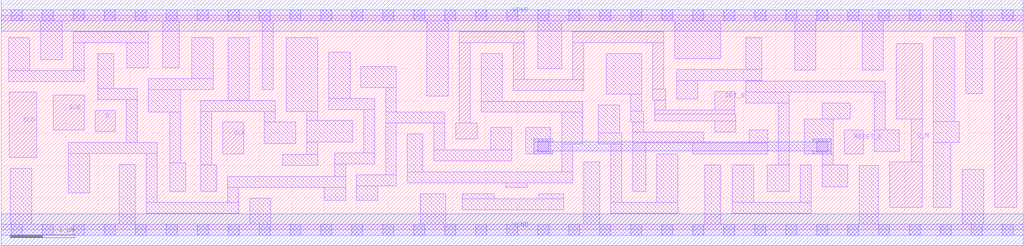
<source format=lef>
# Copyright 2020 The SkyWater PDK Authors
#
# Licensed under the Apache License, Version 2.0 (the "License");
# you may not use this file except in compliance with the License.
# You may obtain a copy of the License at
#
#     https://www.apache.org/licenses/LICENSE-2.0
#
# Unless required by applicable law or agreed to in writing, software
# distributed under the License is distributed on an "AS IS" BASIS,
# WITHOUT WARRANTIES OR CONDITIONS OF ANY KIND, either express or implied.
# See the License for the specific language governing permissions and
# limitations under the License.
#
# SPDX-License-Identifier: Apache-2.0

VERSION 5.7 ;
  NAMESCASESENSITIVE ON ;
  NOWIREEXTENSIONATPIN ON ;
  DIVIDERCHAR "/" ;
  BUSBITCHARS "[]" ;
UNITS
  DATABASE MICRONS 200 ;
END UNITS
MACRO sky130_fd_sc_hs__sdfbbp_1
  CLASS CORE ;
  FOREIGN sky130_fd_sc_hs__sdfbbp_1 ;
  ORIGIN  0.000000  0.000000 ;
  SIZE  15.84000 BY  3.330000 ;
  SYMMETRY X Y ;
  SITE unit ;
  PIN D
    ANTENNAGATEAREA  0.159000 ;
    DIRECTION INPUT ;
    USE SIGNAL ;
    PORT
      LAYER li1 ;
        RECT 1.455000 1.525000 1.765000 1.855000 ;
    END
  END D
  PIN Q
    ANTENNADIFFAREA  0.530100 ;
    DIRECTION OUTPUT ;
    USE SIGNAL ;
    PORT
      LAYER li1 ;
        RECT 15.395000 0.350000 15.735000 2.980000 ;
    END
  END Q
  PIN Q_N
    ANTENNADIFFAREA  0.518900 ;
    DIRECTION OUTPUT ;
    USE SIGNAL ;
    PORT
      LAYER li1 ;
        RECT 13.770000 0.350000 14.275000 1.050000 ;
        RECT 13.870000 1.720000 14.275000 2.890000 ;
        RECT 14.105000 1.050000 14.275000 1.720000 ;
    END
  END Q_N
  PIN RESET_B
    ANTENNAGATEAREA  0.159000 ;
    DIRECTION INPUT ;
    USE SIGNAL ;
    PORT
      LAYER li1 ;
        RECT 13.065000 1.180000 13.360000 1.550000 ;
    END
  END RESET_B
  PIN SCD
    ANTENNAGATEAREA  0.159000 ;
    DIRECTION INPUT ;
    USE SIGNAL ;
    PORT
      LAYER li1 ;
        RECT 0.125000 1.125000 0.550000 2.135000 ;
    END
  END SCD
  PIN SCE
    ANTENNAGATEAREA  0.318000 ;
    DIRECTION INPUT ;
    USE SIGNAL ;
    PORT
      LAYER li1 ;
        RECT 0.805000 1.550000 1.285000 2.095000 ;
    END
  END SCE
  PIN SET_B
    ANTENNAGATEAREA  0.469500 ;
    DIRECTION INPUT ;
    USE SIGNAL ;
    PORT
      LAYER li1 ;
        RECT  7.045000 1.410000  7.375000 1.655000 ;
        RECT  7.095000 1.655000  7.265000 2.905000 ;
        RECT  7.095000 2.905000  8.105000 3.075000 ;
        RECT  7.935000 2.165000  9.025000 2.335000 ;
        RECT  7.935000 2.335000  8.105000 2.905000 ;
        RECT  8.855000 2.335000  9.025000 2.905000 ;
        RECT  8.855000 2.905000 10.265000 3.075000 ;
        RECT 10.095000 2.015000 10.295000 2.185000 ;
        RECT 10.095000 2.185000 10.265000 2.905000 ;
        RECT 10.125000 1.690000 11.385000 1.800000 ;
        RECT 10.125000 1.800000 11.365000 1.860000 ;
        RECT 10.125000 1.860000 10.295000 2.015000 ;
        RECT 11.055000 1.520000 11.385000 1.690000 ;
        RECT 11.055000 1.860000 11.365000 2.150000 ;
    END
  END SET_B
  PIN CLK
    ANTENNAGATEAREA  0.279000 ;
    DIRECTION INPUT ;
    USE CLOCK ;
    PORT
      LAYER li1 ;
        RECT 3.430000 1.180000 3.760000 1.670000 ;
    END
  END CLK
  PIN VGND
    DIRECTION INOUT ;
    USE GROUND ;
    PORT
      LAYER met1 ;
        RECT 0.000000 -0.245000 15.840000 0.245000 ;
    END
  END VGND
  PIN VPWR
    DIRECTION INOUT ;
    USE POWER ;
    PORT
      LAYER met1 ;
        RECT 0.000000 3.085000 15.840000 3.575000 ;
    END
  END VPWR
  OBS
    LAYER li1 ;
      RECT  0.000000 -0.085000 15.840000 0.085000 ;
      RECT  0.000000  3.245000 15.840000 3.415000 ;
      RECT  0.115000  2.305000  1.285000 2.475000 ;
      RECT  0.115000  2.475000  0.445000 2.980000 ;
      RECT  0.140000  0.085000  0.470000 0.955000 ;
      RECT  0.615000  2.645000  0.945000 3.245000 ;
      RECT  1.040000  0.575000  1.370000 1.185000 ;
      RECT  1.040000  1.185000  2.420000 1.355000 ;
      RECT  1.115000  2.475000  1.285000 2.905000 ;
      RECT  1.115000  2.905000  2.275000 3.075000 ;
      RECT  1.495000  2.025000  2.105000 2.195000 ;
      RECT  1.495000  2.195000  1.745000 2.735000 ;
      RECT  1.830000  0.085000  2.080000 1.015000 ;
      RECT  1.935000  1.355000  2.105000 2.025000 ;
      RECT  1.945000  2.520000  2.275000 2.905000 ;
      RECT  2.250000  0.255000  3.680000 0.425000 ;
      RECT  2.250000  0.425000  2.420000 1.185000 ;
      RECT  2.275000  1.830000  2.780000 2.180000 ;
      RECT  2.275000  2.180000  3.285000 2.350000 ;
      RECT  2.505000  2.520000  2.755000 3.245000 ;
      RECT  2.610000  0.595000  2.860000 1.035000 ;
      RECT  2.610000  1.035000  2.780000 1.830000 ;
      RECT  2.955000  2.350000  3.285000 2.980000 ;
      RECT  3.090000  0.595000  3.340000 1.010000 ;
      RECT  3.090000  1.010000  3.260000 1.840000 ;
      RECT  3.090000  1.840000  4.245000 2.010000 ;
      RECT  3.510000  0.425000  3.680000 0.660000 ;
      RECT  3.510000  0.660000  5.335000 0.830000 ;
      RECT  3.515000  2.010000  3.845000 2.980000 ;
      RECT  3.850000  0.085000  4.180000 0.490000 ;
      RECT  4.045000  2.180000  4.215000 3.245000 ;
      RECT  4.075000  1.340000  4.565000 1.670000 ;
      RECT  4.075000  1.670000  4.245000 1.840000 ;
      RECT  4.360000  1.000000  4.905000 1.170000 ;
      RECT  4.415000  1.840000  4.905000 2.980000 ;
      RECT  4.735000  1.170000  4.905000 1.365000 ;
      RECT  4.735000  1.365000  5.445000 1.695000 ;
      RECT  4.735000  1.695000  4.905000 1.840000 ;
      RECT  5.005000  0.460000  5.335000 0.660000 ;
      RECT  5.075000  1.865000  5.785000 2.035000 ;
      RECT  5.075000  2.035000  5.405000 2.755000 ;
      RECT  5.165000  0.830000  5.335000 1.025000 ;
      RECT  5.165000  1.025000  5.785000 1.195000 ;
      RECT  5.505000  0.460000  5.835000 0.685000 ;
      RECT  5.505000  0.685000  6.125000 0.855000 ;
      RECT  5.575000  2.205000  6.125000 2.535000 ;
      RECT  5.615000  1.195000  5.785000 1.865000 ;
      RECT  5.955000  0.855000  6.125000 1.655000 ;
      RECT  5.955000  1.655000  6.875000 1.825000 ;
      RECT  5.955000  1.825000  6.125000 2.205000 ;
      RECT  6.295000  0.730000  8.855000 0.900000 ;
      RECT  6.295000  0.900000  6.535000 1.485000 ;
      RECT  6.490000  0.085000  6.885000 0.560000 ;
      RECT  6.595000  2.075000  6.925000 3.245000 ;
      RECT  6.705000  1.070000  7.915000 1.240000 ;
      RECT  6.705000  1.240000  6.875000 1.655000 ;
      RECT  7.145000  0.310000  8.715000 0.480000 ;
      RECT  7.145000  0.480000  7.640000 0.560000 ;
      RECT  7.435000  1.825000  9.015000 1.995000 ;
      RECT  7.435000  1.995000  7.765000 2.735000 ;
      RECT  7.585000  1.240000  7.915000 1.585000 ;
      RECT  7.820000  0.655000  8.150000 0.730000 ;
      RECT  8.125000  1.180000  8.515000 1.585000 ;
      RECT  8.315000  2.505000  8.685000 3.245000 ;
      RECT  8.330000  0.480000  8.715000 0.560000 ;
      RECT  8.685000  0.900000  8.855000 1.335000 ;
      RECT  8.685000  1.335000  9.015000 1.825000 ;
      RECT  9.025000  0.085000  9.275000 1.050000 ;
      RECT  9.255000  1.335000  9.615000 1.505000 ;
      RECT  9.255000  1.505000  9.585000 1.940000 ;
      RECT  9.375000  2.110000  9.925000 2.735000 ;
      RECT  9.445000  0.255000 10.485000 0.425000 ;
      RECT  9.445000  0.425000  9.615000 1.335000 ;
      RECT  9.755000  1.675000  9.955000 1.845000 ;
      RECT  9.755000  1.845000  9.925000 2.110000 ;
      RECT  9.785000  0.595000  9.985000 1.350000 ;
      RECT  9.785000  1.350000 10.885000 1.520000 ;
      RECT  9.785000  1.520000  9.955000 1.675000 ;
      RECT 10.155000  0.425000 10.485000 1.180000 ;
      RECT 10.435000  2.660000 11.150000 3.245000 ;
      RECT 10.465000  2.030000 10.795000 2.320000 ;
      RECT 10.465000  2.320000 11.785000 2.490000 ;
      RECT 10.715000  1.180000 11.875000 1.350000 ;
      RECT 10.900000  0.085000 11.150000 1.010000 ;
      RECT 11.330000  0.255000 12.555000 0.425000 ;
      RECT 11.330000  0.425000 11.660000 1.010000 ;
      RECT 11.535000  1.970000 12.215000 2.140000 ;
      RECT 11.535000  2.140000 13.700000 2.310000 ;
      RECT 11.535000  2.310000 11.785000 2.320000 ;
      RECT 11.535000  2.490000 11.785000 2.980000 ;
      RECT 11.595000  1.350000 11.875000 1.550000 ;
      RECT 11.870000  0.595000 12.215000 1.010000 ;
      RECT 12.045000  1.010000 12.215000 1.970000 ;
      RECT 12.295000  2.480000 12.625000 3.245000 ;
      RECT 12.385000  0.425000 12.555000 1.010000 ;
      RECT 12.445000  1.180000 12.895000 1.720000 ;
      RECT 12.725000  0.670000 13.115000 1.010000 ;
      RECT 12.725000  1.010000 12.895000 1.180000 ;
      RECT 12.725000  1.720000 13.155000 1.970000 ;
      RECT 13.295000  0.085000 13.590000 1.000000 ;
      RECT 13.340000  2.480000 13.670000 3.245000 ;
      RECT 13.530000  1.220000 13.915000 1.550000 ;
      RECT 13.530000  1.550000 13.700000 2.140000 ;
      RECT 14.445000  0.350000 14.715000 1.355000 ;
      RECT 14.445000  1.355000 14.845000 1.685000 ;
      RECT 14.445000  1.685000 14.775000 2.980000 ;
      RECT 14.895000  0.085000 15.225000 0.940000 ;
      RECT 14.945000  2.115000 15.205000 3.245000 ;
    LAYER mcon ;
      RECT  0.155000 -0.085000  0.325000 0.085000 ;
      RECT  0.155000  3.245000  0.325000 3.415000 ;
      RECT  0.635000 -0.085000  0.805000 0.085000 ;
      RECT  0.635000  3.245000  0.805000 3.415000 ;
      RECT  1.115000 -0.085000  1.285000 0.085000 ;
      RECT  1.115000  3.245000  1.285000 3.415000 ;
      RECT  1.595000 -0.085000  1.765000 0.085000 ;
      RECT  1.595000  3.245000  1.765000 3.415000 ;
      RECT  2.075000 -0.085000  2.245000 0.085000 ;
      RECT  2.075000  3.245000  2.245000 3.415000 ;
      RECT  2.555000 -0.085000  2.725000 0.085000 ;
      RECT  2.555000  3.245000  2.725000 3.415000 ;
      RECT  3.035000 -0.085000  3.205000 0.085000 ;
      RECT  3.035000  3.245000  3.205000 3.415000 ;
      RECT  3.515000 -0.085000  3.685000 0.085000 ;
      RECT  3.515000  3.245000  3.685000 3.415000 ;
      RECT  3.995000 -0.085000  4.165000 0.085000 ;
      RECT  3.995000  3.245000  4.165000 3.415000 ;
      RECT  4.475000 -0.085000  4.645000 0.085000 ;
      RECT  4.475000  3.245000  4.645000 3.415000 ;
      RECT  4.955000 -0.085000  5.125000 0.085000 ;
      RECT  4.955000  3.245000  5.125000 3.415000 ;
      RECT  5.435000 -0.085000  5.605000 0.085000 ;
      RECT  5.435000  3.245000  5.605000 3.415000 ;
      RECT  5.915000 -0.085000  6.085000 0.085000 ;
      RECT  5.915000  3.245000  6.085000 3.415000 ;
      RECT  6.395000 -0.085000  6.565000 0.085000 ;
      RECT  6.395000  3.245000  6.565000 3.415000 ;
      RECT  6.875000 -0.085000  7.045000 0.085000 ;
      RECT  6.875000  3.245000  7.045000 3.415000 ;
      RECT  7.355000 -0.085000  7.525000 0.085000 ;
      RECT  7.355000  3.245000  7.525000 3.415000 ;
      RECT  7.835000 -0.085000  8.005000 0.085000 ;
      RECT  7.835000  3.245000  8.005000 3.415000 ;
      RECT  8.315000 -0.085000  8.485000 0.085000 ;
      RECT  8.315000  1.210000  8.485000 1.380000 ;
      RECT  8.315000  3.245000  8.485000 3.415000 ;
      RECT  8.795000 -0.085000  8.965000 0.085000 ;
      RECT  8.795000  3.245000  8.965000 3.415000 ;
      RECT  9.275000 -0.085000  9.445000 0.085000 ;
      RECT  9.275000  3.245000  9.445000 3.415000 ;
      RECT  9.755000 -0.085000  9.925000 0.085000 ;
      RECT  9.755000  3.245000  9.925000 3.415000 ;
      RECT 10.235000 -0.085000 10.405000 0.085000 ;
      RECT 10.235000  3.245000 10.405000 3.415000 ;
      RECT 10.715000 -0.085000 10.885000 0.085000 ;
      RECT 10.715000  3.245000 10.885000 3.415000 ;
      RECT 11.195000 -0.085000 11.365000 0.085000 ;
      RECT 11.195000  3.245000 11.365000 3.415000 ;
      RECT 11.675000 -0.085000 11.845000 0.085000 ;
      RECT 11.675000  3.245000 11.845000 3.415000 ;
      RECT 12.155000 -0.085000 12.325000 0.085000 ;
      RECT 12.155000  3.245000 12.325000 3.415000 ;
      RECT 12.635000 -0.085000 12.805000 0.085000 ;
      RECT 12.635000  1.210000 12.805000 1.380000 ;
      RECT 12.635000  3.245000 12.805000 3.415000 ;
      RECT 13.115000 -0.085000 13.285000 0.085000 ;
      RECT 13.115000  3.245000 13.285000 3.415000 ;
      RECT 13.595000 -0.085000 13.765000 0.085000 ;
      RECT 13.595000  3.245000 13.765000 3.415000 ;
      RECT 14.075000 -0.085000 14.245000 0.085000 ;
      RECT 14.075000  3.245000 14.245000 3.415000 ;
      RECT 14.555000 -0.085000 14.725000 0.085000 ;
      RECT 14.555000  3.245000 14.725000 3.415000 ;
      RECT 15.035000 -0.085000 15.205000 0.085000 ;
      RECT 15.035000  3.245000 15.205000 3.415000 ;
      RECT 15.515000 -0.085000 15.685000 0.085000 ;
      RECT 15.515000  3.245000 15.685000 3.415000 ;
    LAYER met1 ;
      RECT  8.255000 1.180000  8.545000 1.225000 ;
      RECT  8.255000 1.225000 12.865000 1.365000 ;
      RECT  8.255000 1.365000  8.545000 1.410000 ;
      RECT 12.575000 1.180000 12.865000 1.225000 ;
      RECT 12.575000 1.365000 12.865000 1.410000 ;
  END
END sky130_fd_sc_hs__sdfbbp_1
END LIBRARY

</source>
